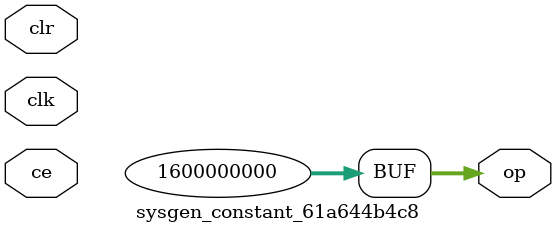
<source format=v>
module sysgen_constant_61a644b4c8 (
  output [(32 - 1):0] op,
  input clk,
  input ce,
  input clr);
  assign op = 32'b01011111010111100001000000000000;
endmodule
</source>
